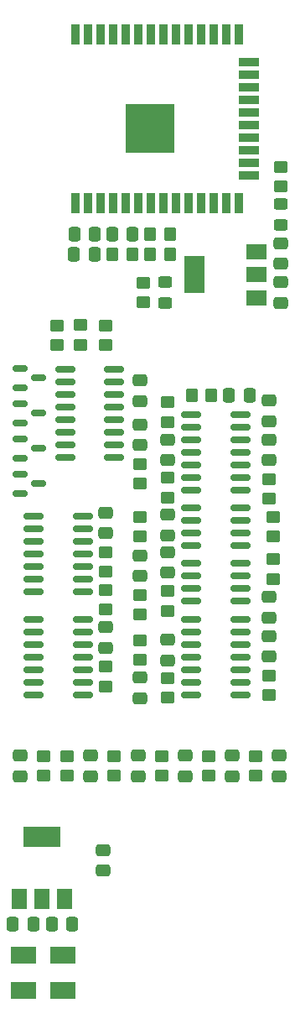
<source format=gbr>
%TF.GenerationSoftware,KiCad,Pcbnew,(6.0.0-0)*%
%TF.CreationDate,2022-01-16T08:37:53+00:00*%
%TF.ProjectId,curly-memory-kicad,6375726c-792d-46d6-956d-6f72792d6b69,rev?*%
%TF.SameCoordinates,Original*%
%TF.FileFunction,Paste,Top*%
%TF.FilePolarity,Positive*%
%FSLAX46Y46*%
G04 Gerber Fmt 4.6, Leading zero omitted, Abs format (unit mm)*
G04 Created by KiCad (PCBNEW (6.0.0-0)) date 2022-01-16 08:37:53*
%MOMM*%
%LPD*%
G01*
G04 APERTURE LIST*
G04 Aperture macros list*
%AMRoundRect*
0 Rectangle with rounded corners*
0 $1 Rounding radius*
0 $2 $3 $4 $5 $6 $7 $8 $9 X,Y pos of 4 corners*
0 Add a 4 corners polygon primitive as box body*
4,1,4,$2,$3,$4,$5,$6,$7,$8,$9,$2,$3,0*
0 Add four circle primitives for the rounded corners*
1,1,$1+$1,$2,$3*
1,1,$1+$1,$4,$5*
1,1,$1+$1,$6,$7*
1,1,$1+$1,$8,$9*
0 Add four rect primitives between the rounded corners*
20,1,$1+$1,$2,$3,$4,$5,0*
20,1,$1+$1,$4,$5,$6,$7,0*
20,1,$1+$1,$6,$7,$8,$9,0*
20,1,$1+$1,$8,$9,$2,$3,0*%
G04 Aperture macros list end*
%ADD10RoundRect,0.150000X-0.825000X-0.150000X0.825000X-0.150000X0.825000X0.150000X-0.825000X0.150000X0*%
%ADD11RoundRect,0.250000X0.450000X-0.350000X0.450000X0.350000X-0.450000X0.350000X-0.450000X-0.350000X0*%
%ADD12RoundRect,0.250000X-0.450000X0.350000X-0.450000X-0.350000X0.450000X-0.350000X0.450000X0.350000X0*%
%ADD13RoundRect,0.250000X-0.475000X0.337500X-0.475000X-0.337500X0.475000X-0.337500X0.475000X0.337500X0*%
%ADD14RoundRect,0.250000X-0.350000X-0.450000X0.350000X-0.450000X0.350000X0.450000X-0.350000X0.450000X0*%
%ADD15RoundRect,0.250000X0.475000X-0.337500X0.475000X0.337500X-0.475000X0.337500X-0.475000X-0.337500X0*%
%ADD16R,1.500000X2.000000*%
%ADD17R,3.800000X2.000000*%
%ADD18RoundRect,0.150000X-0.587500X-0.150000X0.587500X-0.150000X0.587500X0.150000X-0.587500X0.150000X0*%
%ADD19RoundRect,0.250000X0.337500X0.475000X-0.337500X0.475000X-0.337500X-0.475000X0.337500X-0.475000X0*%
%ADD20R,2.500000X1.800000*%
%ADD21RoundRect,0.250000X-0.450000X0.325000X-0.450000X-0.325000X0.450000X-0.325000X0.450000X0.325000X0*%
%ADD22R,0.900000X2.000000*%
%ADD23R,2.000000X0.900000*%
%ADD24R,5.000000X5.000000*%
%ADD25RoundRect,0.250000X-0.337500X-0.475000X0.337500X-0.475000X0.337500X0.475000X-0.337500X0.475000X0*%
%ADD26R,2.000000X1.500000*%
%ADD27R,2.000000X3.800000*%
%ADD28RoundRect,0.250000X0.350000X0.450000X-0.350000X0.450000X-0.350000X-0.450000X0.350000X-0.450000X0*%
%ADD29RoundRect,0.250000X0.450000X-0.325000X0.450000X0.325000X-0.450000X0.325000X-0.450000X-0.325000X0*%
G04 APERTURE END LIST*
D10*
%TO.C,U301*%
X19434000Y-60706000D03*
X19434000Y-61976000D03*
X19434000Y-63246000D03*
X19434000Y-64516000D03*
X19434000Y-65786000D03*
X19434000Y-67056000D03*
X19434000Y-68326000D03*
X24384000Y-68326000D03*
X24384000Y-67056000D03*
X24384000Y-65786000D03*
X24384000Y-64516000D03*
X24384000Y-63246000D03*
X24384000Y-61976000D03*
X24384000Y-60706000D03*
%TD*%
D11*
%TO.C,R303*%
X14224000Y-60182000D03*
X14224000Y-58182000D03*
%TD*%
D12*
%TO.C,R309*%
X11653360Y-74438000D03*
X11653360Y-76438000D03*
%TD*%
D13*
%TO.C,C105*%
X14224000Y-36554500D03*
X14224000Y-38629500D03*
%TD*%
D12*
%TO.C,R201*%
X5842000Y-31004000D03*
X5842000Y-33004000D03*
%TD*%
D11*
%TO.C,R209*%
X27686000Y-52308000D03*
X27686000Y-50308000D03*
%TD*%
D13*
%TO.C,C410*%
X28448000Y-26648500D03*
X28448000Y-28723500D03*
%TD*%
D14*
%TO.C,R103*%
X15256000Y-23876000D03*
X17256000Y-23876000D03*
%TD*%
D10*
%TO.C,U106*%
X3494000Y-50292000D03*
X3494000Y-51562000D03*
X3494000Y-52832000D03*
X3494000Y-54102000D03*
X3494000Y-55372000D03*
X3494000Y-56642000D03*
X3494000Y-57912000D03*
X8444000Y-57912000D03*
X8444000Y-56642000D03*
X8444000Y-55372000D03*
X8444000Y-54102000D03*
X8444000Y-52832000D03*
X8444000Y-51562000D03*
X8444000Y-50292000D03*
%TD*%
D12*
%TO.C,R304*%
X17018000Y-66585500D03*
X17018000Y-68585500D03*
%TD*%
D11*
%TO.C,R404*%
X14605000Y-28686000D03*
X14605000Y-26686000D03*
%TD*%
D15*
%TO.C,C401*%
X9272270Y-76475500D03*
X9272270Y-74400500D03*
%TD*%
D16*
%TO.C,U401*%
X2018000Y-88875000D03*
D17*
X4318000Y-82575000D03*
D16*
X4318000Y-88875000D03*
X6618000Y-88875000D03*
%TD*%
D18*
%TO.C,D203*%
X2110500Y-42484000D03*
X2110500Y-44384000D03*
X3985500Y-43434000D03*
%TD*%
D19*
%TO.C,C201*%
X25294500Y-38100000D03*
X23219500Y-38100000D03*
%TD*%
D15*
%TO.C,C404*%
X10541000Y-86000500D03*
X10541000Y-83925500D03*
%TD*%
D20*
%TO.C,D401*%
X2445000Y-94564200D03*
X6445000Y-94564200D03*
%TD*%
D12*
%TO.C,R307*%
X16415540Y-74438000D03*
X16415540Y-76438000D03*
%TD*%
D10*
%TO.C,U103*%
X19434000Y-54991000D03*
X19434000Y-56261000D03*
X19434000Y-57531000D03*
X19434000Y-58801000D03*
X24384000Y-58801000D03*
X24384000Y-57531000D03*
X24384000Y-56261000D03*
X24384000Y-54991000D03*
%TD*%
D15*
%TO.C,C310*%
X27305000Y-64410500D03*
X27305000Y-62335500D03*
%TD*%
D13*
%TO.C,C408*%
X2159000Y-74400500D03*
X2159000Y-76475500D03*
%TD*%
D12*
%TO.C,R104*%
X10795000Y-53864000D03*
X10795000Y-55864000D03*
%TD*%
%TO.C,R402*%
X4540090Y-74438000D03*
X4540090Y-76438000D03*
%TD*%
%TO.C,R208*%
X14224000Y-44974000D03*
X14224000Y-46974000D03*
%TD*%
D13*
%TO.C,C103*%
X10795000Y-49889500D03*
X10795000Y-51964500D03*
%TD*%
D18*
%TO.C,D202*%
X2110500Y-38928000D03*
X2110500Y-40828000D03*
X3985500Y-39878000D03*
%TD*%
D15*
%TO.C,C206*%
X17018000Y-44598500D03*
X17018000Y-42523500D03*
%TD*%
D21*
%TO.C,D404*%
X16764000Y-26661000D03*
X16764000Y-28711000D03*
%TD*%
D19*
%TO.C,C104*%
X9673500Y-21844000D03*
X7598500Y-21844000D03*
%TD*%
D11*
%TO.C,R105*%
X10795000Y-59674000D03*
X10795000Y-57674000D03*
%TD*%
D10*
%TO.C,U104*%
X19434000Y-49403000D03*
X19434000Y-50673000D03*
X19434000Y-51943000D03*
X19434000Y-53213000D03*
X24384000Y-53213000D03*
X24384000Y-51943000D03*
X24384000Y-50673000D03*
X24384000Y-49403000D03*
%TD*%
D11*
%TO.C,R403*%
X28448000Y-17002000D03*
X28448000Y-15002000D03*
%TD*%
D12*
%TO.C,R305*%
X27305000Y-66310000D03*
X27305000Y-68310000D03*
%TD*%
D13*
%TO.C,C110*%
X28321000Y-74400500D03*
X28321000Y-76475500D03*
%TD*%
D15*
%TO.C,C202*%
X14224000Y-43074500D03*
X14224000Y-40999500D03*
%TD*%
D12*
%TO.C,R202*%
X8255000Y-30988000D03*
X8255000Y-32988000D03*
%TD*%
%TO.C,R308*%
X21177720Y-74438000D03*
X21177720Y-76438000D03*
%TD*%
D11*
%TO.C,R306*%
X17018000Y-59801000D03*
X17018000Y-57801000D03*
%TD*%
D10*
%TO.C,U105*%
X3494000Y-60706000D03*
X3494000Y-61976000D03*
X3494000Y-63246000D03*
X3494000Y-64516000D03*
X3494000Y-65786000D03*
X3494000Y-67056000D03*
X3494000Y-68326000D03*
X8444000Y-68326000D03*
X8444000Y-67056000D03*
X8444000Y-65786000D03*
X8444000Y-64516000D03*
X8444000Y-63246000D03*
X8444000Y-61976000D03*
X8444000Y-60706000D03*
%TD*%
D12*
%TO.C,R106*%
X14224000Y-50308000D03*
X14224000Y-52308000D03*
%TD*%
D22*
%TO.C,U102*%
X7747000Y-18660000D03*
X9017000Y-18660000D03*
X10287000Y-18660000D03*
X11557000Y-18660000D03*
X12827000Y-18660000D03*
X14097000Y-18660000D03*
X15367000Y-18660000D03*
X16637000Y-18660000D03*
X17907000Y-18660000D03*
X19177000Y-18660000D03*
X20447000Y-18660000D03*
X21717000Y-18660000D03*
X22987000Y-18660000D03*
X24257000Y-18660000D03*
D23*
X25257000Y-15875000D03*
X25257000Y-14605000D03*
X25257000Y-13335000D03*
X25257000Y-12065000D03*
X25257000Y-10795000D03*
X25257000Y-9525000D03*
X25257000Y-8255000D03*
X25257000Y-6985000D03*
X25257000Y-5715000D03*
X25257000Y-4445000D03*
D22*
X24257000Y-1660000D03*
X22987000Y-1660000D03*
X21717000Y-1660000D03*
X20447000Y-1660000D03*
X19177000Y-1660000D03*
X17907000Y-1660000D03*
X16637000Y-1660000D03*
X15367000Y-1660000D03*
X14097000Y-1660000D03*
X12827000Y-1660000D03*
X11557000Y-1660000D03*
X10287000Y-1660000D03*
X9017000Y-1660000D03*
X7747000Y-1660000D03*
D24*
X15247000Y-11160000D03*
%TD*%
D19*
%TO.C,C102*%
X9652000Y-23876000D03*
X7577000Y-23876000D03*
%TD*%
D20*
%TO.C,D402*%
X6445000Y-98120200D03*
X2445000Y-98120200D03*
%TD*%
D11*
%TO.C,R401*%
X6891180Y-76438000D03*
X6891180Y-74438000D03*
%TD*%
D15*
%TO.C,C302*%
X27305000Y-60473500D03*
X27305000Y-58398500D03*
%TD*%
D25*
%TO.C,C101*%
X11408500Y-21844000D03*
X13483500Y-21844000D03*
%TD*%
D15*
%TO.C,C301*%
X14224000Y-68623000D03*
X14224000Y-66548000D03*
%TD*%
D14*
%TO.C,R102*%
X15256000Y-21844000D03*
X17256000Y-21844000D03*
%TD*%
D13*
%TO.C,C309*%
X17018000Y-62716500D03*
X17018000Y-64791500D03*
%TD*%
%TO.C,C106*%
X10795000Y-61446500D03*
X10795000Y-63521500D03*
%TD*%
D15*
%TO.C,C305*%
X23558810Y-76475500D03*
X23558810Y-74400500D03*
%TD*%
D18*
%TO.C,D204*%
X2110500Y-46040000D03*
X2110500Y-47940000D03*
X3985500Y-46990000D03*
%TD*%
D13*
%TO.C,C402*%
X28448000Y-22711500D03*
X28448000Y-24786500D03*
%TD*%
D14*
%TO.C,R101*%
X11446000Y-23876000D03*
X13446000Y-23876000D03*
%TD*%
D26*
%TO.C,U402*%
X26010000Y-28208000D03*
D27*
X19710000Y-25908000D03*
D26*
X26010000Y-25908000D03*
X26010000Y-23608000D03*
%TD*%
D15*
%TO.C,C306*%
X14034450Y-76475500D03*
X14034450Y-74400500D03*
%TD*%
D18*
%TO.C,D201*%
X2110500Y-35372000D03*
X2110500Y-37272000D03*
X3985500Y-36322000D03*
%TD*%
D13*
%TO.C,C203*%
X27305000Y-42523500D03*
X27305000Y-44598500D03*
%TD*%
D15*
%TO.C,C207*%
X27305000Y-40661500D03*
X27305000Y-38586500D03*
%TD*%
D10*
%TO.C,U101*%
X6669000Y-35433000D03*
X6669000Y-36703000D03*
X6669000Y-37973000D03*
X6669000Y-39243000D03*
X6669000Y-40513000D03*
X6669000Y-41783000D03*
X6669000Y-43053000D03*
X6669000Y-44323000D03*
X11619000Y-44323000D03*
X11619000Y-43053000D03*
X11619000Y-41783000D03*
X11619000Y-40513000D03*
X11619000Y-39243000D03*
X11619000Y-37973000D03*
X11619000Y-36703000D03*
X11619000Y-35433000D03*
%TD*%
%TO.C,U201*%
X19434000Y-40005000D03*
X19434000Y-41275000D03*
X19434000Y-42545000D03*
X19434000Y-43815000D03*
X19434000Y-45085000D03*
X19434000Y-46355000D03*
X19434000Y-47625000D03*
X24384000Y-47625000D03*
X24384000Y-46355000D03*
X24384000Y-45085000D03*
X24384000Y-43815000D03*
X24384000Y-42545000D03*
X24384000Y-41275000D03*
X24384000Y-40005000D03*
%TD*%
D13*
%TO.C,C109*%
X17018000Y-53881200D03*
X17018000Y-55956200D03*
%TD*%
D12*
%TO.C,R205*%
X17018000Y-46371000D03*
X17018000Y-48371000D03*
%TD*%
D13*
%TO.C,C303*%
X14224000Y-54207500D03*
X14224000Y-56282500D03*
%TD*%
D15*
%TO.C,C304*%
X18796630Y-76475500D03*
X18796630Y-74400500D03*
%TD*%
D13*
%TO.C,C108*%
X17018000Y-50092700D03*
X17018000Y-52167700D03*
%TD*%
D12*
%TO.C,R301*%
X14224000Y-62754000D03*
X14224000Y-64754000D03*
%TD*%
D28*
%TO.C,R204*%
X21447000Y-38100000D03*
X19447000Y-38100000D03*
%TD*%
D29*
%TO.C,D403*%
X28448000Y-20837000D03*
X28448000Y-18787000D03*
%TD*%
D12*
%TO.C,R108*%
X25939900Y-74438000D03*
X25939900Y-76438000D03*
%TD*%
%TO.C,R203*%
X10795000Y-31004000D03*
X10795000Y-33004000D03*
%TD*%
D11*
%TO.C,R207*%
X17018000Y-40751000D03*
X17018000Y-38751000D03*
%TD*%
D12*
%TO.C,R107*%
X10795000Y-65421000D03*
X10795000Y-67421000D03*
%TD*%
D19*
%TO.C,C409*%
X3472000Y-91440000D03*
X1397000Y-91440000D03*
%TD*%
D12*
%TO.C,R302*%
X27686000Y-54610000D03*
X27686000Y-56610000D03*
%TD*%
D25*
%TO.C,C403*%
X5312500Y-91440000D03*
X7387500Y-91440000D03*
%TD*%
D12*
%TO.C,R206*%
X27305000Y-46498000D03*
X27305000Y-48498000D03*
%TD*%
M02*

</source>
